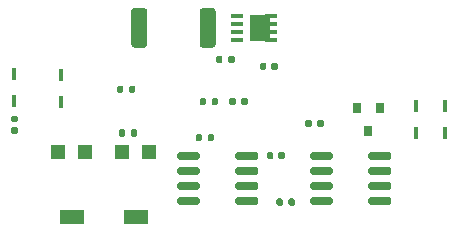
<source format=gtp>
G04 #@! TF.GenerationSoftware,KiCad,Pcbnew,(5.1.6-0-10_14)*
G04 #@! TF.CreationDate,2020-10-02T22:37:35+09:00*
G04 #@! TF.ProjectId,rsp02_LoadSW_OCP_Circuit_v1_2,72737030-325f-44c6-9f61-6453575f4f43,v1.1*
G04 #@! TF.SameCoordinates,Original*
G04 #@! TF.FileFunction,Paste,Top*
G04 #@! TF.FilePolarity,Positive*
%FSLAX46Y46*%
G04 Gerber Fmt 4.6, Leading zero omitted, Abs format (unit mm)*
G04 Created by KiCad (PCBNEW (5.1.6-0-10_14)) date 2020-10-02 22:37:35*
%MOMM*%
%LPD*%
G01*
G04 APERTURE LIST*
%ADD10R,0.460000X1.099999*%
%ADD11R,1.725000X2.235000*%
%ADD12R,0.990000X0.405000*%
%ADD13R,1.300000X1.300000*%
%ADD14R,2.000000X1.300000*%
%ADD15R,0.800000X0.900000*%
G04 APERTURE END LIST*
G36*
G01*
X129380000Y-103150000D02*
X129720000Y-103150000D01*
G75*
G02*
X129860000Y-103290000I0J-140000D01*
G01*
X129860000Y-103570000D01*
G75*
G02*
X129720000Y-103710000I-140000J0D01*
G01*
X129380000Y-103710000D01*
G75*
G02*
X129240000Y-103570000I0J140000D01*
G01*
X129240000Y-103290000D01*
G75*
G02*
X129380000Y-103150000I140000J0D01*
G01*
G37*
G36*
G01*
X129380000Y-102190000D02*
X129720000Y-102190000D01*
G75*
G02*
X129860000Y-102330000I0J-140000D01*
G01*
X129860000Y-102610000D01*
G75*
G02*
X129720000Y-102750000I-140000J0D01*
G01*
X129380000Y-102750000D01*
G75*
G02*
X129240000Y-102610000I0J140000D01*
G01*
X129240000Y-102330000D01*
G75*
G02*
X129380000Y-102190000I140000J0D01*
G01*
G37*
D10*
X133510000Y-98720000D03*
X133510000Y-101020000D03*
D11*
X150357500Y-94775000D03*
D12*
X151235000Y-93785000D03*
X151235000Y-94445000D03*
X151235000Y-95105000D03*
X151235000Y-95765000D03*
X148365000Y-95765000D03*
X148365000Y-95105000D03*
X148365000Y-94445000D03*
X148365000Y-93785000D03*
G36*
G01*
X140775000Y-93324999D02*
X140775000Y-96175001D01*
G75*
G02*
X140525001Y-96425000I-249999J0D01*
G01*
X139674999Y-96425000D01*
G75*
G02*
X139425000Y-96175001I0J249999D01*
G01*
X139425000Y-93324999D01*
G75*
G02*
X139674999Y-93075000I249999J0D01*
G01*
X140525001Y-93075000D01*
G75*
G02*
X140775000Y-93324999I0J-249999D01*
G01*
G37*
G36*
G01*
X146575000Y-93324999D02*
X146575000Y-96175001D01*
G75*
G02*
X146325001Y-96425000I-249999J0D01*
G01*
X145474999Y-96425000D01*
G75*
G02*
X145225000Y-96175001I0J249999D01*
G01*
X145225000Y-93324999D01*
G75*
G02*
X145474999Y-93075000I249999J0D01*
G01*
X146325001Y-93075000D01*
G75*
G02*
X146575000Y-93324999I0J-249999D01*
G01*
G37*
D13*
X135550000Y-105250000D03*
D14*
X134400000Y-110750000D03*
D13*
X133250000Y-105250000D03*
X138650000Y-105250000D03*
D14*
X139800000Y-110750000D03*
D13*
X140950000Y-105250000D03*
D15*
X160450000Y-101500000D03*
X158550000Y-101500000D03*
X159500000Y-103500000D03*
D10*
X129490000Y-100950000D03*
X129490000Y-98650000D03*
G36*
G01*
X143300000Y-105745000D02*
X143300000Y-105445000D01*
G75*
G02*
X143450000Y-105295000I150000J0D01*
G01*
X145100000Y-105295000D01*
G75*
G02*
X145250000Y-105445000I0J-150000D01*
G01*
X145250000Y-105745000D01*
G75*
G02*
X145100000Y-105895000I-150000J0D01*
G01*
X143450000Y-105895000D01*
G75*
G02*
X143300000Y-105745000I0J150000D01*
G01*
G37*
G36*
G01*
X143300000Y-107015000D02*
X143300000Y-106715000D01*
G75*
G02*
X143450000Y-106565000I150000J0D01*
G01*
X145100000Y-106565000D01*
G75*
G02*
X145250000Y-106715000I0J-150000D01*
G01*
X145250000Y-107015000D01*
G75*
G02*
X145100000Y-107165000I-150000J0D01*
G01*
X143450000Y-107165000D01*
G75*
G02*
X143300000Y-107015000I0J150000D01*
G01*
G37*
G36*
G01*
X143300000Y-108285000D02*
X143300000Y-107985000D01*
G75*
G02*
X143450000Y-107835000I150000J0D01*
G01*
X145100000Y-107835000D01*
G75*
G02*
X145250000Y-107985000I0J-150000D01*
G01*
X145250000Y-108285000D01*
G75*
G02*
X145100000Y-108435000I-150000J0D01*
G01*
X143450000Y-108435000D01*
G75*
G02*
X143300000Y-108285000I0J150000D01*
G01*
G37*
G36*
G01*
X143300000Y-109555000D02*
X143300000Y-109255000D01*
G75*
G02*
X143450000Y-109105000I150000J0D01*
G01*
X145100000Y-109105000D01*
G75*
G02*
X145250000Y-109255000I0J-150000D01*
G01*
X145250000Y-109555000D01*
G75*
G02*
X145100000Y-109705000I-150000J0D01*
G01*
X143450000Y-109705000D01*
G75*
G02*
X143300000Y-109555000I0J150000D01*
G01*
G37*
G36*
G01*
X148250000Y-109555000D02*
X148250000Y-109255000D01*
G75*
G02*
X148400000Y-109105000I150000J0D01*
G01*
X150050000Y-109105000D01*
G75*
G02*
X150200000Y-109255000I0J-150000D01*
G01*
X150200000Y-109555000D01*
G75*
G02*
X150050000Y-109705000I-150000J0D01*
G01*
X148400000Y-109705000D01*
G75*
G02*
X148250000Y-109555000I0J150000D01*
G01*
G37*
G36*
G01*
X148250000Y-108285000D02*
X148250000Y-107985000D01*
G75*
G02*
X148400000Y-107835000I150000J0D01*
G01*
X150050000Y-107835000D01*
G75*
G02*
X150200000Y-107985000I0J-150000D01*
G01*
X150200000Y-108285000D01*
G75*
G02*
X150050000Y-108435000I-150000J0D01*
G01*
X148400000Y-108435000D01*
G75*
G02*
X148250000Y-108285000I0J150000D01*
G01*
G37*
G36*
G01*
X148250000Y-107015000D02*
X148250000Y-106715000D01*
G75*
G02*
X148400000Y-106565000I150000J0D01*
G01*
X150050000Y-106565000D01*
G75*
G02*
X150200000Y-106715000I0J-150000D01*
G01*
X150200000Y-107015000D01*
G75*
G02*
X150050000Y-107165000I-150000J0D01*
G01*
X148400000Y-107165000D01*
G75*
G02*
X148250000Y-107015000I0J150000D01*
G01*
G37*
G36*
G01*
X148250000Y-105745000D02*
X148250000Y-105445000D01*
G75*
G02*
X148400000Y-105295000I150000J0D01*
G01*
X150050000Y-105295000D01*
G75*
G02*
X150200000Y-105445000I0J-150000D01*
G01*
X150200000Y-105745000D01*
G75*
G02*
X150050000Y-105895000I-150000J0D01*
G01*
X148400000Y-105895000D01*
G75*
G02*
X148250000Y-105745000I0J150000D01*
G01*
G37*
G36*
G01*
X154550000Y-105745000D02*
X154550000Y-105445000D01*
G75*
G02*
X154700000Y-105295000I150000J0D01*
G01*
X156350000Y-105295000D01*
G75*
G02*
X156500000Y-105445000I0J-150000D01*
G01*
X156500000Y-105745000D01*
G75*
G02*
X156350000Y-105895000I-150000J0D01*
G01*
X154700000Y-105895000D01*
G75*
G02*
X154550000Y-105745000I0J150000D01*
G01*
G37*
G36*
G01*
X154550000Y-107015000D02*
X154550000Y-106715000D01*
G75*
G02*
X154700000Y-106565000I150000J0D01*
G01*
X156350000Y-106565000D01*
G75*
G02*
X156500000Y-106715000I0J-150000D01*
G01*
X156500000Y-107015000D01*
G75*
G02*
X156350000Y-107165000I-150000J0D01*
G01*
X154700000Y-107165000D01*
G75*
G02*
X154550000Y-107015000I0J150000D01*
G01*
G37*
G36*
G01*
X154550000Y-108285000D02*
X154550000Y-107985000D01*
G75*
G02*
X154700000Y-107835000I150000J0D01*
G01*
X156350000Y-107835000D01*
G75*
G02*
X156500000Y-107985000I0J-150000D01*
G01*
X156500000Y-108285000D01*
G75*
G02*
X156350000Y-108435000I-150000J0D01*
G01*
X154700000Y-108435000D01*
G75*
G02*
X154550000Y-108285000I0J150000D01*
G01*
G37*
G36*
G01*
X154550000Y-109555000D02*
X154550000Y-109255000D01*
G75*
G02*
X154700000Y-109105000I150000J0D01*
G01*
X156350000Y-109105000D01*
G75*
G02*
X156500000Y-109255000I0J-150000D01*
G01*
X156500000Y-109555000D01*
G75*
G02*
X156350000Y-109705000I-150000J0D01*
G01*
X154700000Y-109705000D01*
G75*
G02*
X154550000Y-109555000I0J150000D01*
G01*
G37*
G36*
G01*
X159500000Y-109555000D02*
X159500000Y-109255000D01*
G75*
G02*
X159650000Y-109105000I150000J0D01*
G01*
X161300000Y-109105000D01*
G75*
G02*
X161450000Y-109255000I0J-150000D01*
G01*
X161450000Y-109555000D01*
G75*
G02*
X161300000Y-109705000I-150000J0D01*
G01*
X159650000Y-109705000D01*
G75*
G02*
X159500000Y-109555000I0J150000D01*
G01*
G37*
G36*
G01*
X159500000Y-108285000D02*
X159500000Y-107985000D01*
G75*
G02*
X159650000Y-107835000I150000J0D01*
G01*
X161300000Y-107835000D01*
G75*
G02*
X161450000Y-107985000I0J-150000D01*
G01*
X161450000Y-108285000D01*
G75*
G02*
X161300000Y-108435000I-150000J0D01*
G01*
X159650000Y-108435000D01*
G75*
G02*
X159500000Y-108285000I0J150000D01*
G01*
G37*
G36*
G01*
X159500000Y-107015000D02*
X159500000Y-106715000D01*
G75*
G02*
X159650000Y-106565000I150000J0D01*
G01*
X161300000Y-106565000D01*
G75*
G02*
X161450000Y-106715000I0J-150000D01*
G01*
X161450000Y-107015000D01*
G75*
G02*
X161300000Y-107165000I-150000J0D01*
G01*
X159650000Y-107165000D01*
G75*
G02*
X159500000Y-107015000I0J150000D01*
G01*
G37*
G36*
G01*
X159500000Y-105745000D02*
X159500000Y-105445000D01*
G75*
G02*
X159650000Y-105295000I150000J0D01*
G01*
X161300000Y-105295000D01*
G75*
G02*
X161450000Y-105445000I0J-150000D01*
G01*
X161450000Y-105745000D01*
G75*
G02*
X161300000Y-105895000I-150000J0D01*
G01*
X159650000Y-105895000D01*
G75*
G02*
X159500000Y-105745000I0J150000D01*
G01*
G37*
X163500000Y-101350000D03*
X163500000Y-103650000D03*
X166000000Y-103650000D03*
X166000000Y-101350000D03*
G36*
G01*
X150900000Y-105740000D02*
X150900000Y-105400000D01*
G75*
G02*
X151040000Y-105260000I140000J0D01*
G01*
X151320000Y-105260000D01*
G75*
G02*
X151460000Y-105400000I0J-140000D01*
G01*
X151460000Y-105740000D01*
G75*
G02*
X151320000Y-105880000I-140000J0D01*
G01*
X151040000Y-105880000D01*
G75*
G02*
X150900000Y-105740000I0J140000D01*
G01*
G37*
G36*
G01*
X151860000Y-105740000D02*
X151860000Y-105400000D01*
G75*
G02*
X152000000Y-105260000I140000J0D01*
G01*
X152280000Y-105260000D01*
G75*
G02*
X152420000Y-105400000I0J-140000D01*
G01*
X152420000Y-105740000D01*
G75*
G02*
X152280000Y-105880000I-140000J0D01*
G01*
X152000000Y-105880000D01*
G75*
G02*
X151860000Y-105740000I0J140000D01*
G01*
G37*
G36*
G01*
X150870000Y-97830000D02*
X150870000Y-98170000D01*
G75*
G02*
X150730000Y-98310000I-140000J0D01*
G01*
X150450000Y-98310000D01*
G75*
G02*
X150310000Y-98170000I0J140000D01*
G01*
X150310000Y-97830000D01*
G75*
G02*
X150450000Y-97690000I140000J0D01*
G01*
X150730000Y-97690000D01*
G75*
G02*
X150870000Y-97830000I0J-140000D01*
G01*
G37*
G36*
G01*
X151830000Y-97830000D02*
X151830000Y-98170000D01*
G75*
G02*
X151690000Y-98310000I-140000J0D01*
G01*
X151410000Y-98310000D01*
G75*
G02*
X151270000Y-98170000I0J140000D01*
G01*
X151270000Y-97830000D01*
G75*
G02*
X151410000Y-97690000I140000J0D01*
G01*
X151690000Y-97690000D01*
G75*
G02*
X151830000Y-97830000I0J-140000D01*
G01*
G37*
G36*
G01*
X139780000Y-99765000D02*
X139780000Y-100135000D01*
G75*
G02*
X139645000Y-100270000I-135000J0D01*
G01*
X139375000Y-100270000D01*
G75*
G02*
X139240000Y-100135000I0J135000D01*
G01*
X139240000Y-99765000D01*
G75*
G02*
X139375000Y-99630000I135000J0D01*
G01*
X139645000Y-99630000D01*
G75*
G02*
X139780000Y-99765000I0J-135000D01*
G01*
G37*
G36*
G01*
X138760000Y-99765000D02*
X138760000Y-100135000D01*
G75*
G02*
X138625000Y-100270000I-135000J0D01*
G01*
X138355000Y-100270000D01*
G75*
G02*
X138220000Y-100135000I0J135000D01*
G01*
X138220000Y-99765000D01*
G75*
G02*
X138355000Y-99630000I135000J0D01*
G01*
X138625000Y-99630000D01*
G75*
G02*
X138760000Y-99765000I0J-135000D01*
G01*
G37*
G36*
G01*
X138370000Y-103835000D02*
X138370000Y-103465000D01*
G75*
G02*
X138505000Y-103330000I135000J0D01*
G01*
X138775000Y-103330000D01*
G75*
G02*
X138910000Y-103465000I0J-135000D01*
G01*
X138910000Y-103835000D01*
G75*
G02*
X138775000Y-103970000I-135000J0D01*
G01*
X138505000Y-103970000D01*
G75*
G02*
X138370000Y-103835000I0J135000D01*
G01*
G37*
G36*
G01*
X139390000Y-103835000D02*
X139390000Y-103465000D01*
G75*
G02*
X139525000Y-103330000I135000J0D01*
G01*
X139795000Y-103330000D01*
G75*
G02*
X139930000Y-103465000I0J-135000D01*
G01*
X139930000Y-103835000D01*
G75*
G02*
X139795000Y-103970000I-135000J0D01*
G01*
X139525000Y-103970000D01*
G75*
G02*
X139390000Y-103835000I0J135000D01*
G01*
G37*
G36*
G01*
X148260000Y-100815000D02*
X148260000Y-101185000D01*
G75*
G02*
X148125000Y-101320000I-135000J0D01*
G01*
X147855000Y-101320000D01*
G75*
G02*
X147720000Y-101185000I0J135000D01*
G01*
X147720000Y-100815000D01*
G75*
G02*
X147855000Y-100680000I135000J0D01*
G01*
X148125000Y-100680000D01*
G75*
G02*
X148260000Y-100815000I0J-135000D01*
G01*
G37*
G36*
G01*
X149280000Y-100815000D02*
X149280000Y-101185000D01*
G75*
G02*
X149145000Y-101320000I-135000J0D01*
G01*
X148875000Y-101320000D01*
G75*
G02*
X148740000Y-101185000I0J135000D01*
G01*
X148740000Y-100815000D01*
G75*
G02*
X148875000Y-100680000I135000J0D01*
G01*
X149145000Y-100680000D01*
G75*
G02*
X149280000Y-100815000I0J-135000D01*
G01*
G37*
G36*
G01*
X146240000Y-101185000D02*
X146240000Y-100815000D01*
G75*
G02*
X146375000Y-100680000I135000J0D01*
G01*
X146645000Y-100680000D01*
G75*
G02*
X146780000Y-100815000I0J-135000D01*
G01*
X146780000Y-101185000D01*
G75*
G02*
X146645000Y-101320000I-135000J0D01*
G01*
X146375000Y-101320000D01*
G75*
G02*
X146240000Y-101185000I0J135000D01*
G01*
G37*
G36*
G01*
X145220000Y-101185000D02*
X145220000Y-100815000D01*
G75*
G02*
X145355000Y-100680000I135000J0D01*
G01*
X145625000Y-100680000D01*
G75*
G02*
X145760000Y-100815000I0J-135000D01*
G01*
X145760000Y-101185000D01*
G75*
G02*
X145625000Y-101320000I-135000J0D01*
G01*
X145355000Y-101320000D01*
G75*
G02*
X145220000Y-101185000I0J135000D01*
G01*
G37*
G36*
G01*
X147630000Y-97605000D02*
X147630000Y-97235000D01*
G75*
G02*
X147765000Y-97100000I135000J0D01*
G01*
X148035000Y-97100000D01*
G75*
G02*
X148170000Y-97235000I0J-135000D01*
G01*
X148170000Y-97605000D01*
G75*
G02*
X148035000Y-97740000I-135000J0D01*
G01*
X147765000Y-97740000D01*
G75*
G02*
X147630000Y-97605000I0J135000D01*
G01*
G37*
G36*
G01*
X146610000Y-97605000D02*
X146610000Y-97235000D01*
G75*
G02*
X146745000Y-97100000I135000J0D01*
G01*
X147015000Y-97100000D01*
G75*
G02*
X147150000Y-97235000I0J-135000D01*
G01*
X147150000Y-97605000D01*
G75*
G02*
X147015000Y-97740000I-135000J0D01*
G01*
X146745000Y-97740000D01*
G75*
G02*
X146610000Y-97605000I0J135000D01*
G01*
G37*
G36*
G01*
X154710000Y-102655000D02*
X154710000Y-103025000D01*
G75*
G02*
X154575000Y-103160000I-135000J0D01*
G01*
X154305000Y-103160000D01*
G75*
G02*
X154170000Y-103025000I0J135000D01*
G01*
X154170000Y-102655000D01*
G75*
G02*
X154305000Y-102520000I135000J0D01*
G01*
X154575000Y-102520000D01*
G75*
G02*
X154710000Y-102655000I0J-135000D01*
G01*
G37*
G36*
G01*
X155730000Y-102655000D02*
X155730000Y-103025000D01*
G75*
G02*
X155595000Y-103160000I-135000J0D01*
G01*
X155325000Y-103160000D01*
G75*
G02*
X155190000Y-103025000I0J135000D01*
G01*
X155190000Y-102655000D01*
G75*
G02*
X155325000Y-102520000I135000J0D01*
G01*
X155595000Y-102520000D01*
G75*
G02*
X155730000Y-102655000I0J-135000D01*
G01*
G37*
G36*
G01*
X151720000Y-109685000D02*
X151720000Y-109315000D01*
G75*
G02*
X151855000Y-109180000I135000J0D01*
G01*
X152125000Y-109180000D01*
G75*
G02*
X152260000Y-109315000I0J-135000D01*
G01*
X152260000Y-109685000D01*
G75*
G02*
X152125000Y-109820000I-135000J0D01*
G01*
X151855000Y-109820000D01*
G75*
G02*
X151720000Y-109685000I0J135000D01*
G01*
G37*
G36*
G01*
X152740000Y-109685000D02*
X152740000Y-109315000D01*
G75*
G02*
X152875000Y-109180000I135000J0D01*
G01*
X153145000Y-109180000D01*
G75*
G02*
X153280000Y-109315000I0J-135000D01*
G01*
X153280000Y-109685000D01*
G75*
G02*
X153145000Y-109820000I-135000J0D01*
G01*
X152875000Y-109820000D01*
G75*
G02*
X152740000Y-109685000I0J135000D01*
G01*
G37*
G36*
G01*
X144870000Y-104235000D02*
X144870000Y-103865000D01*
G75*
G02*
X145005000Y-103730000I135000J0D01*
G01*
X145275000Y-103730000D01*
G75*
G02*
X145410000Y-103865000I0J-135000D01*
G01*
X145410000Y-104235000D01*
G75*
G02*
X145275000Y-104370000I-135000J0D01*
G01*
X145005000Y-104370000D01*
G75*
G02*
X144870000Y-104235000I0J135000D01*
G01*
G37*
G36*
G01*
X145890000Y-104235000D02*
X145890000Y-103865000D01*
G75*
G02*
X146025000Y-103730000I135000J0D01*
G01*
X146295000Y-103730000D01*
G75*
G02*
X146430000Y-103865000I0J-135000D01*
G01*
X146430000Y-104235000D01*
G75*
G02*
X146295000Y-104370000I-135000J0D01*
G01*
X146025000Y-104370000D01*
G75*
G02*
X145890000Y-104235000I0J135000D01*
G01*
G37*
M02*

</source>
